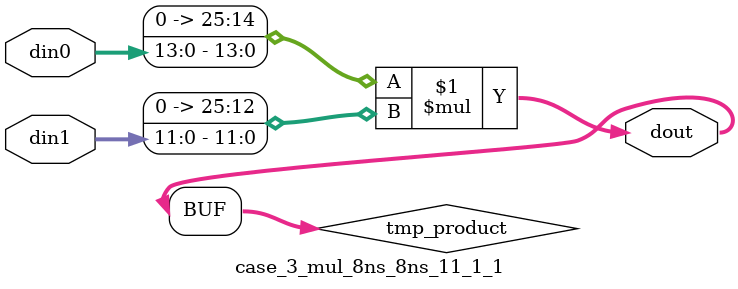
<source format=v>

`timescale 1 ns / 1 ps

 (* use_dsp = "no" *)  module case_3_mul_8ns_8ns_11_1_1(din0, din1, dout);
parameter ID = 1;
parameter NUM_STAGE = 0;
parameter din0_WIDTH = 14;
parameter din1_WIDTH = 12;
parameter dout_WIDTH = 26;

input [din0_WIDTH - 1 : 0] din0; 
input [din1_WIDTH - 1 : 0] din1; 
output [dout_WIDTH - 1 : 0] dout;

wire signed [dout_WIDTH - 1 : 0] tmp_product;
























assign tmp_product = $signed({1'b0, din0}) * $signed({1'b0, din1});











assign dout = tmp_product;





















endmodule

</source>
